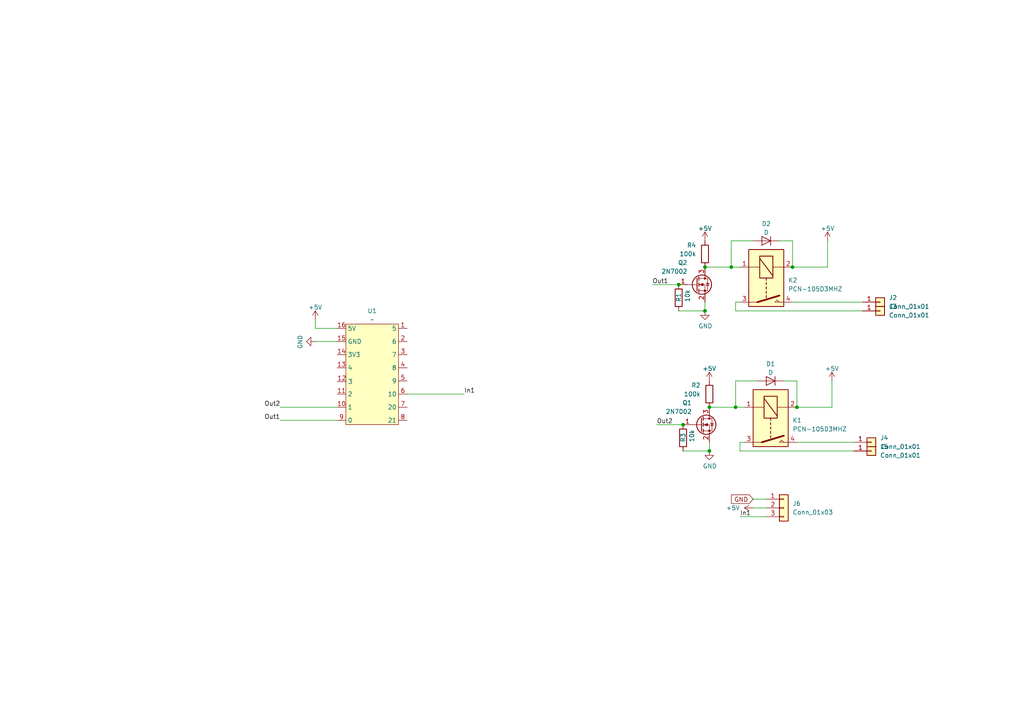
<source format=kicad_sch>
(kicad_sch (version 20231120) (generator "eeschema") (generator_version "8.0")
  (paper "A4")
  (lib_symbols
    (symbol "Connector_Generic:Conn_01x01" (pin_names (offset 1.016) hide)
      (property "Reference" "J" (at 0 2.54 0))
      (property "Value" "Conn_01x01" (at 0 -2.54 0))
      (symbol "Conn_01x01_1_1"
        (rectangle (start -1.27 0.127) (end 0 -0.127) (stroke (width 0.1524)))
        (rectangle (start -1.27 1.27) (end 1.27 -1.27) (stroke (width 0.254)) (fill (type background)))
        (pin passive line (at -5.08 0 0) (length 3.81) (name "Pin_1") (number "1"))
      )
    )
    (symbol "Connector_Generic:Conn_01x03" (pin_names (offset 1.016) hide)
      (property "Reference" "J" (at 0 5.08 0))
      (property "Value" "Conn_01x03" (at 0 -5.08 0))
      (symbol "Conn_01x03_1_1"
        (rectangle (start -1.27 -2.413) (end 0 -2.667) (stroke (width 0.1524)))
        (rectangle (start -1.27 0.127) (end 0 -0.127) (stroke (width 0.1524)))
        (rectangle (start -1.27 2.667) (end 0 2.413) (stroke (width 0.1524)))
        (rectangle (start -1.27 3.81) (end 1.27 -3.81) (stroke (width 0.254)) (fill (type background)))
        (pin passive line (at -5.08 2.54 0) (length 3.81) (name "Pin_1") (number "1"))
        (pin passive line (at -5.08 0 0) (length 3.81) (name "Pin_2") (number "2"))
        (pin passive line (at -5.08 -2.54 0) (length 3.81) (name "Pin_3") (number "3"))
      )
    )
    (symbol "Device:D" (pin_numbers hide) (pin_names (offset 1.016) hide)
      (property "Reference" "D" (at 0 2.54 0))
      (property "Value" "D" (at 0 -2.54 0))
      (symbol "D_0_1"
        (polyline (pts (xy -1.27 1.27) (xy -1.27 -1.27)) (stroke (width 0.2032)))
        (polyline (pts (xy 1.27 0) (xy -1.27 0)))
        (polyline (pts (xy 1.27 1.27) (xy 1.27 -1.27) (xy -1.27 0) (xy 1.27 1.27)) (stroke (width 0.2032)))
      )
      (symbol "D_1_1"
        (pin passive line (at -3.81 0 0) (length 2.54) (name "K") (number "1"))
        (pin passive line (at 3.81 0 180) (length 2.54) (name "A") (number "2"))
      )
    )
    (symbol "Device:R" (pin_numbers hide) (pin_names (offset 0))
      (property "Reference" "R" (at 2.032 0 90))
      (property "Value" "R" (at 0 0 90))
      (symbol "R_0_1"
        (rectangle (start -1.016 -2.54) (end 1.016 2.54) (stroke (width 0.254)))
      )
      (symbol "R_1_1"
        (pin passive line (at 0 3.81 270) (length 1.27) (name "~") (number "1"))
        (pin passive line (at 0 -3.81 90) (length 1.27) (name "~") (number "2"))
      )
    )
    (symbol "Relay:UMS05-1A80-75L"
      (property "Reference" "K" (at 7.62 3.81 0))
      (property "Value" "UMS05-1A80-75L" (at 7.62 1.27 0))
      (symbol "UMS05-1A80-75L_0_0"
        (polyline (pts (xy 5.08 5.08) (xy 5.08 2.54) (xy 4.445 3.175) (xy 5.08 3.81)))
      )
      (symbol "UMS05-1A80-75L_0_1"
        (rectangle (start -10.16 5.08) (end 6.35 -5.08) (stroke (width 0.254)) (fill (type background)))
        (rectangle (start -8.255 1.905) (end -1.905 -1.905) (stroke (width 0.254)))
        (polyline (pts (xy -7.62 -1.905) (xy -2.54 1.905)) (stroke (width 0.254)))
        (polyline (pts (xy -5.08 -5.08) (xy -5.08 -1.905)))
        (polyline (pts (xy -5.08 5.08) (xy -5.08 1.905)))
        (polyline (pts (xy -1.905 0) (xy -1.27 0)) (stroke (width 0.254)))
        (polyline (pts (xy -0.635 0) (xy 0 0)) (stroke (width 0.254)))
        (polyline (pts (xy 0.635 0) (xy 1.27 0)) (stroke (width 0.254)))
        (polyline (pts (xy 1.905 0) (xy 2.54 0)) (stroke (width 0.254)))
        (polyline (pts (xy 3.175 0) (xy 3.81 0)) (stroke (width 0.254)))
        (polyline (pts (xy 5.08 -2.54) (xy 3.175 3.81)) (stroke (width 0.508)))
        (polyline (pts (xy 5.08 -2.54) (xy 5.08 -5.08)))
      )
      (symbol "UMS05-1A80-75L_1_1"
        (pin passive line (at -5.08 -7.62 90) (length 2.54) (name "~") (number "1"))
        (pin passive line (at -5.08 7.62 270) (length 2.54) (name "~") (number "2"))
        (pin passive line (at 5.08 -7.62 90) (length 2.54) (name "~") (number "3"))
        (pin passive line (at 5.08 7.62 270) (length 2.54) (name "~") (number "4"))
      )
    )
    (symbol "m5stackoutput_v2-rescue:GND-power" (power) (pin_names (offset 0))
      (property "Value" "GND-power" (at 0 -3.81 0))
      (symbol "GND-power_0_1"
        (polyline (pts (xy 0 0) (xy 0 -1.27) (xy 1.27 -1.27) (xy 0 -2.54) (xy -1.27 -1.27) (xy 0 -1.27)))
      )
      (symbol "GND-power_1_1"
        (pin power_in line (at 0 0 270) (length 0) hide (name "GND") (number "1"))
      )
    )
    (symbol "m5stackoutput_v2-rescue:R-Device" (pin_numbers hide) (pin_names (offset 0))
      (property "Reference" "R" (at 2.032 0 90))
      (property "Value" "R-Device" (at 0 0 90))
      (symbol "R-Device_0_1"
        (rectangle (start -1.016 -2.54) (end 1.016 2.54) (stroke (width 0.254)))
      )
      (symbol "R-Device_1_1"
        (pin passive line (at 0 3.81 270) (length 1.27) (name "~") (number "1"))
        (pin passive line (at 0 -3.81 90) (length 1.27) (name "~") (number "2"))
      )
    )
    (symbol "ownLib2:2N7002" (pin_names hide)
      (property "Reference" "Q" (at 5.08 1.905 0))
      (property "Value" "2N7002" (at 5.08 0 0))
      (symbol "2N7002_0_1"
        (polyline (pts (xy 0.254 0) (xy -2.54 0)))
        (polyline (pts (xy 0.254 1.905) (xy 0.254 -1.905)) (stroke (width 0.254)))
        (polyline (pts (xy 0.762 -1.27) (xy 0.762 -2.286)) (stroke (width 0.254)))
        (polyline (pts (xy 0.762 0.508) (xy 0.762 -0.508)) (stroke (width 0.254)))
        (polyline (pts (xy 0.762 2.286) (xy 0.762 1.27)) (stroke (width 0.254)))
        (polyline (pts (xy 2.54 2.54) (xy 2.54 1.778)))
        (polyline (pts (xy 2.54 -2.54) (xy 2.54 0) (xy 0.762 0)))
        (polyline (pts (xy 0.762 -1.778) (xy 3.302 -1.778) (xy 3.302 1.778) (xy 0.762 1.778)))
        (polyline (pts (xy 1.016 0) (xy 2.032 0.381) (xy 2.032 -0.381) (xy 1.016 0)) (fill (type outline)))
        (polyline (pts (xy 2.794 0.508) (xy 2.921 0.381) (xy 3.683 0.381) (xy 3.81 0.254)))
        (polyline (pts (xy 3.302 0.381) (xy 2.921 -0.254) (xy 3.683 -0.254) (xy 3.302 0.381)))
        (circle (center 1.651 0) (radius 2.794) (stroke (width 0.254)))
        (circle (center 2.54 -1.778) (radius 0.254) (fill (type outline)))
        (circle (center 2.54 1.778) (radius 0.254) (fill (type outline)))
      )
      (symbol "2N7002_1_1"
        (pin input line (at -5.08 0 0) (length 2.54) (name "G") (number "1"))
        (pin passive line (at 2.54 -5.08 90) (length 2.54) (name "S") (number "2"))
        (pin passive line (at 2.54 5.08 270) (length 2.54) (name "D") (number "3"))
      )
    )
    (symbol "power:+5V" (power) (pin_names (offset 0))
      (property "Value" "+5V" (at 0 3.556 0))
      (symbol "+5V_0_1"
        (polyline (pts (xy -0.762 1.27) (xy 0 2.54)))
        (polyline (pts (xy 0 0) (xy 0 2.54)))
        (polyline (pts (xy 0 2.54) (xy 0.762 1.27)))
      )
      (symbol "+5V_1_1"
        (pin power_in line (at 0 0 90) (length 0) hide (name "+5V") (number "1"))
      )
    )
    (symbol "speedyAdapter:ESP32-C3_SuperMini"
      (property "Reference" "U" (at 6.604 14.986 0))
      (symbol "ESP32-C3_SuperMini_1_1"
        (rectangle (start -7.62 13.97) (end 7.62 -15.24) (fill (type background)))
        (pin input line (at 10.16 12.7 180) (length 2.54) (name "5") (number "1"))
        (pin input line (at -10.16 -10.16 0) (length 2.54) (name "1") (number "10"))
        (pin input line (at -10.16 -6.35 0) (length 2.54) (name "2") (number "11"))
        (pin input line (at -10.0804 -2.7188 0) (length 2.54) (name "3") (number "12"))
        (pin input line (at -10.16 1.27 0) (length 2.54) (name "4") (number "13"))
        (pin input line (at -10.16 5.08 0) (length 2.54) (name "3V3") (number "14"))
        (pin input line (at -10.16 8.89 0) (length 2.54) (name "GND") (number "15"))
        (pin input line (at -10.16 12.7 0) (length 2.54) (name "5V") (number "16"))
        (pin input line (at 10.16 8.89 180) (length 2.54) (name "6") (number "2"))
        (pin input line (at 10.16 5.08 180) (length 2.54) (name "7") (number "3"))
        (pin input line (at 10.16 1.27 180) (length 2.54) (name "8") (number "4"))
        (pin input line (at 10.16 -2.54 180) (length 2.54) (name "9") (number "5"))
        (pin input line (at 10.16 -6.35 180) (length 2.54) (name "10") (number "6"))
        (pin input line (at 10.16 -10.16 180) (length 2.54) (name "20") (number "7"))
        (pin input line (at 10.16 -13.97 180) (length 2.54) (name "21") (number "8"))
        (pin input line (at -10.16 -13.97 0) (length 2.54) (name "0") (number "9"))
      )
    )
  )
  (junction (at 204.47 90.17))
  (junction (at 212.09 77.47))
  (junction (at 229.87 77.47))
  (junction (at 213.36 118.11))
  (junction (at 205.74 118.11))
  (junction (at 196.85 82.55))
  (junction (at 204.47 77.47))
  (junction (at 198.12 123.19))
  (junction (at 231.14 118.11))
  (junction (at 205.74 130.81))
  (wire (pts (xy 205.74 128.27) (xy 205.74 130.81)))
  (wire (pts (xy 231.14 128.27) (xy 247.65 128.27)))
  (wire (pts (xy 118.11 114.3) (xy 134.62 114.3)))
  (wire (pts (xy 231.14 110.49) (xy 231.14 118.11)))
  (wire (pts (xy 213.36 87.63) (xy 213.36 90.17)))
  (wire (pts (xy 205.74 118.11) (xy 213.36 118.11)))
  (wire (pts (xy 97.79 118.11) (xy 81.28 118.11)))
  (wire (pts (xy 226.06 69.85) (xy 229.87 69.85)))
  (wire (pts (xy 91.44 95.25) (xy 91.44 92.71)))
  (wire (pts (xy 213.36 90.17) (xy 250.19 90.17)))
  (wire (pts (xy 241.3 110.49) (xy 241.3 118.11)))
  (wire (pts (xy 229.87 69.85) (xy 229.87 77.47)))
  (wire (pts (xy 214.63 130.81) (xy 247.65 130.81)))
  (wire (pts (xy 214.63 128.27) (xy 214.63 130.81)))
  (wire (pts (xy 213.36 118.11) (xy 215.9 118.11)))
  (wire (pts (xy 219.71 110.49) (xy 213.36 110.49)))
  (wire (pts (xy 204.47 77.47) (xy 212.09 77.47)))
  (wire (pts (xy 198.12 130.81) (xy 205.74 130.81)))
  (wire (pts (xy 97.79 95.25) (xy 91.44 95.25)))
  (wire (pts (xy 91.44 99.06) (xy 97.79 99.06)))
  (wire (pts (xy 214.63 87.63) (xy 213.36 87.63)))
  (wire (pts (xy 196.85 90.17) (xy 204.47 90.17)))
  (wire (pts (xy 218.44 69.85) (xy 212.09 69.85)))
  (wire (pts (xy 212.09 69.85) (xy 212.09 77.47)))
  (wire (pts (xy 240.03 69.85) (xy 240.03 77.47)))
  (wire (pts (xy 218.44 144.78) (xy 222.25 144.78)))
  (wire (pts (xy 240.03 77.47) (xy 229.87 77.47)))
  (wire (pts (xy 190.5 123.19) (xy 198.12 123.19)))
  (wire (pts (xy 213.36 110.49) (xy 213.36 118.11)))
  (wire (pts (xy 229.87 87.63) (xy 250.19 87.63)))
  (wire (pts (xy 215.9 128.27) (xy 214.63 128.27)))
  (wire (pts (xy 241.3 118.11) (xy 231.14 118.11)))
  (wire (pts (xy 218.44 147.32) (xy 222.25 147.32)))
  (wire (pts (xy 214.63 149.86) (xy 222.25 149.86)))
  (wire (pts (xy 227.33 110.49) (xy 231.14 110.49)))
  (wire (pts (xy 204.47 87.63) (xy 204.47 90.17)))
  (wire (pts (xy 189.23 82.55) (xy 196.85 82.55)))
  (wire (pts (xy 212.09 77.47) (xy 214.63 77.47)))
  (wire (pts (xy 97.79 121.92) (xy 81.28 121.92)))
  (label "In1" (at 134.62 114.3 0))
  (label "Out2" (at 190.5 123.19 0))
  (label "In1" (at 214.63 149.86 0))
  (label "Out1" (at 81.28 121.92 180))
  (label "Out1" (at 189.23 82.55 0))
  (label "Out2" (at 81.28 118.11 180))
  (global_label "GND" (shape input) (at 218.44 144.78 180) (property "Intersheetrefs" "${INTERSHEET_REFS}" (effects (hide yes))))
  (symbol (lib_id "Relay:UMS05-1A80-75L") (at 222.25 82.55 270) (unit 1)
    (property "Reference" "K2" (at 228.6 81.28 90) (effects (justify left)))
    (property "Value" "PCN-105D3MHZ" (at 228.6 83.82 90) (effects (justify left)))
    (property "Footprint" "Relay_THT:Relay_SPST_TE_PCN-1xxD3MHZ" (effects (hide yes)))
    (property "Farnell#" "4444930" (effects (hide yes)))
    (property "Mnf" "TE" (effects (hide yes)))
    (property "Mnf#" "PCN-105D3MHZ" (effects (hide yes)))
  )
  (symbol (lib_id "power:+5V") (at 218.44 147.32 90) (unit 1)
    (property "Reference" "#PWR011" (effects (hide yes)))
    (property "Value" "+5V" (at 214.63 147.3201 90) (effects (justify left)))
  )
  (symbol (lib_id "Device:D") (at 222.25 69.85 180) (unit 1)
    (property "Reference" "D2" (at 222.25 64.9056 0))
    (property "Value" "D" (at 222.25 67.4425 0))
    (property "Footprint" "Diode_SMD:D_SOD-123" (effects (hide yes)))
    (property "Farnell#" "2760409" (effects (hide yes)))
    (property "Mnf" "Nexperia" (effects (hide yes)))
    (property "Mnf#" "PMEG3020EGWX" (effects (hide yes)))
  )
  (symbol (lib_id "ownLib2:2N7002") (at 201.93 82.55 0) (unit 1)
    (property "Reference" "Q2" (at 199.39 76.2 0) (effects (justify right)))
    (property "Value" "2N7002" (at 199.39 78.74 0) (effects (justify right)))
    (property "Footprint" "Package_TO_SOT_SMD:SOT-23" (effects (hide yes)))
    (property "Datasheet" "https://www.onsemi.com/pdf/datasheet/nds7002a-d.pdf" (effects (hide yes)))
    (property "Farnell#" "3924478" (effects (hide yes)))
    (property "Mnf" "Nexperia" (effects (hide yes)))
    (property "Mnf#" "2N7002HR" (effects (hide yes)))
  )
  (symbol (lib_id "Connector_Generic:Conn_01x01") (at 255.27 90.17 0) (unit 1)
    (property "Reference" "J3" (at 257.81 88.8999 0) (effects (justify left)))
    (property "Value" "Conn_01x01" (at 257.81 91.4399 0) (effects (justify left)))
    (property "Footprint" "Connector_Pin:Pin_D1.4mm_L8.5mm_W2.8mm_FlatFork" (effects (hide yes)))
    (property "Description" "Generic connector, single row, 01x01, script generated (kicad-library-utils/schlib/autogen/connector/)" (effects (hide yes)))
  )
  (symbol (lib_id "m5stackoutput_v2-rescue:R-Device") (at 205.74 114.3 0) (unit 1)
    (property "Reference" "R2" (at 203.2 111.76 0) (effects (justify right)))
    (property "Value" "100k" (at 203.2 114.3 0) (effects (justify right)))
    (property "Footprint" "Resistor_SMD:R_0603_1608Metric" (effects (hide yes)))
    (property "Farnell#" "3495222" (effects (hide yes)))
    (property "Mnf" "Yageo" (effects (hide yes)))
    (property "Mnf#" "AC0603FR-07100KL" (effects (hide yes)))
  )
  (symbol (lib_id "m5stackoutput_v2-rescue:R-Device") (at 204.47 73.66 0) (unit 1)
    (property "Reference" "R4" (at 201.93 71.12 0) (effects (justify right)))
    (property "Value" "100k" (at 201.93 73.66 0) (effects (justify right)))
    (property "Footprint" "Resistor_SMD:R_0603_1608Metric" (effects (hide yes)))
    (property "Farnell#" "3495222" (effects (hide yes)))
    (property "Mnf" "Yageo" (effects (hide yes)))
    (property "Mnf#" "AC0603FR-07100KL" (effects (hide yes)))
  )
  (symbol (lib_id "ownLib2:2N7002") (at 203.2 123.19 0) (unit 1)
    (property "Reference" "Q1" (at 200.66 116.84 0) (effects (justify right)))
    (property "Value" "2N7002" (at 200.66 119.38 0) (effects (justify right)))
    (property "Footprint" "Package_TO_SOT_SMD:SOT-23" (effects (hide yes)))
    (property "Datasheet" "https://www.onsemi.com/pdf/datasheet/nds7002a-d.pdf" (effects (hide yes)))
    (property "Farnell#" "3924478" (effects (hide yes)))
    (property "Mnf" "Nexperia" (effects (hide yes)))
    (property "Mnf#" "2N7002HR" (effects (hide yes)))
  )
  (symbol (lib_id "power:+5V") (at 205.74 110.49 0) (unit 1)
    (property "Reference" "#PWR03" (effects (hide yes)))
    (property "Value" "+5V" (at 205.74 106.9142 0))
  )
  (symbol (lib_id "Relay:UMS05-1A80-75L") (at 223.52 123.19 270) (unit 1)
    (property "Reference" "K1" (at 229.87 121.92 90) (effects (justify left)))
    (property "Value" "PCN-105D3MHZ" (at 229.87 124.46 90) (effects (justify left)))
    (property "Footprint" "Relay_THT:Relay_SPST_TE_PCN-1xxD3MHZ" (effects (hide yes)))
    (property "Farnell#" "4444930" (effects (hide yes)))
    (property "Mnf" "TE" (effects (hide yes)))
    (property "Mnf#" "PCN-105D3MHZ" (effects (hide yes)))
  )
  (symbol (lib_id "Connector_Generic:Conn_01x01") (at 252.73 128.27 0) (unit 1)
    (property "Reference" "J4" (at 255.27 126.9999 0) (effects (justify left)))
    (property "Value" "Conn_01x01" (at 255.27 129.5399 0) (effects (justify left)))
    (property "Footprint" "Connector_Pin:Pin_D1.4mm_L8.5mm_W2.8mm_FlatFork" (effects (hide yes)))
    (property "Description" "Generic connector, single row, 01x01, script generated (kicad-library-utils/schlib/autogen/connector/)" (effects (hide yes)))
  )
  (symbol (lib_id "Connector_Generic:Conn_01x01") (at 255.27 87.63 0) (unit 1)
    (property "Reference" "J2" (at 257.81 86.3599 0) (effects (justify left)))
    (property "Value" "Conn_01x01" (at 257.81 88.8999 0) (effects (justify left)))
    (property "Footprint" "Connector_Pin:Pin_D1.4mm_L8.5mm_W2.8mm_FlatFork" (effects (hide yes)))
    (property "Description" "Generic connector, single row, 01x01, script generated (kicad-library-utils/schlib/autogen/connector/)" (effects (hide yes)))
  )
  (symbol (lib_id "power:+5V") (at 91.44 92.71 0) (mirror y) (unit 1)
    (property "Reference" "#PWR01" (effects (hide yes)))
    (property "Value" "+5V" (at 91.44 89.1342 0))
  )
  (symbol (lib_id "m5stackoutput_v2-rescue:GND-power") (at 204.47 90.17 0) (unit 1)
    (property "Reference" "#PWR07" (effects (hide yes)))
    (property "Value" "GND" (at 204.597 94.5642 0))
  )
  (symbol (lib_id "Device:R") (at 196.85 86.36 0) (unit 1)
    (property "Reference" "R1" (at 196.85 87.63 90) (effects (justify left)))
    (property "Value" "10k" (at 199.39 87.63 90) (effects (justify left)))
    (property "Footprint" "Resistor_SMD:R_0603_1608Metric" (effects (hide yes)))
    (property "Farnell#" "3495224" (effects (hide yes)))
    (property "Mnf" "Yageo" (effects (hide yes)))
    (property "Mnf#" "AC0603FR-0710KL" (effects (hide yes)))
  )
  (symbol (lib_id "m5stackoutput_v2-rescue:GND-power") (at 91.44 99.06 270) (unit 1)
    (property "Reference" "#PWR02" (effects (hide yes)))
    (property "Value" "GND" (at 87.0458 99.187 0))
  )
  (symbol (lib_id "power:+5V") (at 240.03 69.85 0) (unit 1)
    (property "Reference" "#PWR08" (effects (hide yes)))
    (property "Value" "+5V" (at 240.03 66.2742 0))
  )
  (symbol (lib_id "speedyAdapter:ESP32-C3_SuperMini") (at 107.95 107.95 0) (unit 1)
    (property "Reference" "U1" (at 107.95 90.17 0))
    (property "Value" "~" (at 107.95 92.71 0))
    (property "Footprint" "speedyAdapter:esp32-c3 supermini" (effects (hide yes)))
  )
  (symbol (lib_id "power:+5V") (at 241.3 110.49 0) (unit 1)
    (property "Reference" "#PWR05" (effects (hide yes)))
    (property "Value" "+5V" (at 241.3 106.9142 0))
  )
  (symbol (lib_id "power:+5V") (at 204.47 69.85 0) (unit 1)
    (property "Reference" "#PWR06" (effects (hide yes)))
    (property "Value" "+5V" (at 204.47 66.2742 0))
  )
  (symbol (lib_id "Device:D") (at 223.52 110.49 180) (unit 1)
    (property "Reference" "D1" (at 223.52 105.5456 0))
    (property "Value" "D" (at 223.52 108.0825 0))
    (property "Footprint" "Diode_SMD:D_SOD-123" (effects (hide yes)))
    (property "Farnell#" "2760409" (effects (hide yes)))
    (property "Mnf" "Nexperia" (effects (hide yes)))
    (property "Mnf#" "PMEG3020EGWX" (effects (hide yes)))
  )
  (symbol (lib_id "Connector_Generic:Conn_01x01") (at 252.73 130.81 0) (unit 1)
    (property "Reference" "J5" (at 255.27 129.5399 0) (effects (justify left)))
    (property "Value" "Conn_01x01" (at 255.27 132.0799 0) (effects (justify left)))
    (property "Footprint" "Connector_Pin:Pin_D1.4mm_L8.5mm_W2.8mm_FlatFork" (effects (hide yes)))
    (property "Description" "Generic connector, single row, 01x01, script generated (kicad-library-utils/schlib/autogen/connector/)" (effects (hide yes)))
  )
  (symbol (lib_id "m5stackoutput_v2-rescue:GND-power") (at 205.74 130.81 0) (unit 1)
    (property "Reference" "#PWR04" (effects (hide yes)))
    (property "Value" "GND" (at 205.867 135.2042 0))
  )
  (symbol (lib_id "Device:R") (at 198.12 127 0) (unit 1)
    (property "Reference" "R3" (at 198.12 128.27 90) (effects (justify left)))
    (property "Value" "10k" (at 200.66 128.27 90) (effects (justify left)))
    (property "Footprint" "Resistor_SMD:R_0603_1608Metric" (effects (hide yes)))
    (property "Farnell#" "3495224" (effects (hide yes)))
    (property "Mnf" "Yageo" (effects (hide yes)))
    (property "Mnf#" "AC0603FR-0710KL" (effects (hide yes)))
  )
  (symbol (lib_id "Connector_Generic:Conn_01x03") (at 227.33 147.32 0) (unit 1)
    (property "Reference" "J6" (at 229.87 146.0499 0) (effects (justify left)))
    (property "Value" "Conn_01x03" (at 229.87 148.5899 0) (effects (justify left)))
    (property "Footprint" "Connector_PinSocket_2.54mm:PinSocket_1x03_P2.54mm_Vertical" (effects (hide yes)))
    (property "Description" "Generic connector, single row, 01x03, script generated (kicad-library-utils/schlib/autogen/connector/)" (effects (hide yes)))
  )
)
</source>
